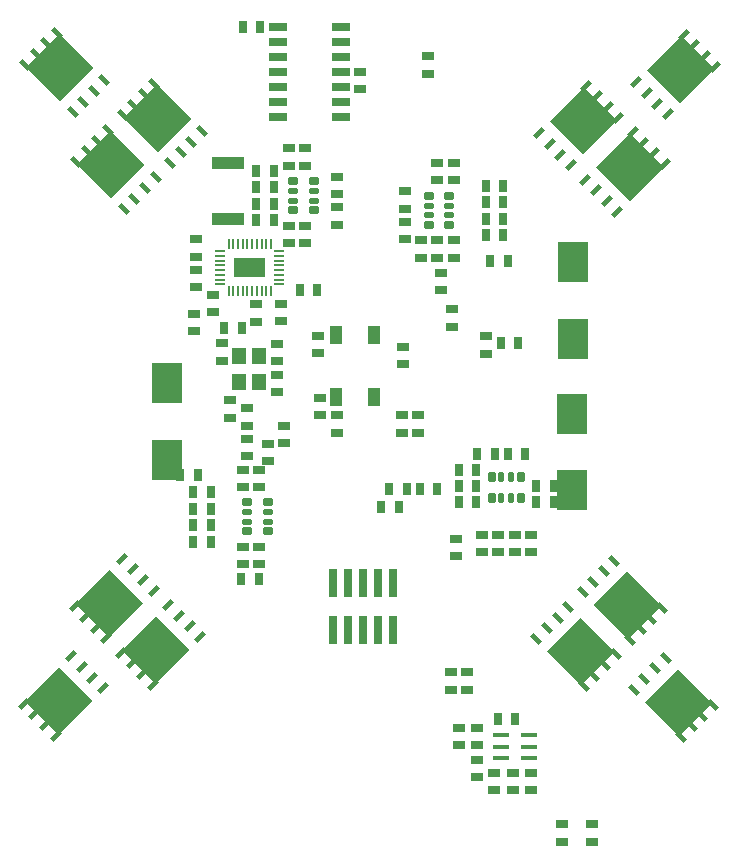
<source format=gbp>
G04*
G04 #@! TF.GenerationSoftware,Altium Limited,Altium Designer,25.8.1 (18)*
G04*
G04 Layer_Color=128*
%FSLAX44Y44*%
%MOMM*%
G71*
G04*
G04 #@! TF.SameCoordinates,A8D3B3E1-CBBC-48C7-8EAF-3341E4FBDCCF*
G04*
G04*
G04 #@! TF.FilePolarity,Positive*
G04*
G01*
G75*
%ADD22R,0.9061X0.1925*%
%ADD23R,1.0000X0.8000*%
%ADD24R,1.5000X0.6500*%
%ADD25R,0.1925X0.9061*%
%ADD26R,0.8000X1.0000*%
%ADD27R,2.6700X1.0700*%
%ADD30R,0.7600X2.4000*%
%ADD31R,2.5000X3.5000*%
G04:AMPARAMS|DCode=33|XSize=0.9mm|YSize=0.61mm|CornerRadius=0.1525mm|HoleSize=0mm|Usage=FLASHONLY|Rotation=0.000|XOffset=0mm|YOffset=0mm|HoleType=Round|Shape=RoundedRectangle|*
%AMROUNDEDRECTD33*
21,1,0.9000,0.3050,0,0,0.0*
21,1,0.5950,0.6100,0,0,0.0*
1,1,0.3050,0.2975,-0.1525*
1,1,0.3050,-0.2975,-0.1525*
1,1,0.3050,-0.2975,0.1525*
1,1,0.3050,0.2975,0.1525*
%
%ADD33ROUNDEDRECTD33*%
G04:AMPARAMS|DCode=34|XSize=0.9mm|YSize=0.53mm|CornerRadius=0.1325mm|HoleSize=0mm|Usage=FLASHONLY|Rotation=0.000|XOffset=0mm|YOffset=0mm|HoleType=Round|Shape=RoundedRectangle|*
%AMROUNDEDRECTD34*
21,1,0.9000,0.2650,0,0,0.0*
21,1,0.6350,0.5300,0,0,0.0*
1,1,0.2650,0.3175,-0.1325*
1,1,0.2650,-0.3175,-0.1325*
1,1,0.2650,-0.3175,0.1325*
1,1,0.2650,0.3175,0.1325*
%
%ADD34ROUNDEDRECTD34*%
G04:AMPARAMS|DCode=36|XSize=1.016mm|YSize=0.4572mm|CornerRadius=0mm|HoleSize=0mm|Usage=FLASHONLY|Rotation=225.000|XOffset=0mm|YOffset=0mm|HoleType=Round|Shape=Rectangle|*
%AMROTATEDRECTD36*
4,1,4,0.1976,0.5209,0.5209,0.1976,-0.1976,-0.5209,-0.5209,-0.1976,0.1976,0.5209,0.0*
%
%ADD36ROTATEDRECTD36*%

G04:AMPARAMS|DCode=38|XSize=1.016mm|YSize=0.4572mm|CornerRadius=0mm|HoleSize=0mm|Usage=FLASHONLY|Rotation=135.000|XOffset=0mm|YOffset=0mm|HoleType=Round|Shape=Rectangle|*
%AMROTATEDRECTD38*
4,1,4,0.5209,-0.1976,0.1976,-0.5209,-0.5209,0.1976,-0.1976,0.5209,0.5209,-0.1976,0.0*
%
%ADD38ROTATEDRECTD38*%

G04:AMPARAMS|DCode=41|XSize=0.9mm|YSize=0.61mm|CornerRadius=0.1525mm|HoleSize=0mm|Usage=FLASHONLY|Rotation=90.000|XOffset=0mm|YOffset=0mm|HoleType=Round|Shape=RoundedRectangle|*
%AMROUNDEDRECTD41*
21,1,0.9000,0.3050,0,0,90.0*
21,1,0.5950,0.6100,0,0,90.0*
1,1,0.3050,0.1525,0.2975*
1,1,0.3050,0.1525,-0.2975*
1,1,0.3050,-0.1525,-0.2975*
1,1,0.3050,-0.1525,0.2975*
%
%ADD41ROUNDEDRECTD41*%
G04:AMPARAMS|DCode=42|XSize=0.9mm|YSize=0.53mm|CornerRadius=0.1325mm|HoleSize=0mm|Usage=FLASHONLY|Rotation=90.000|XOffset=0mm|YOffset=0mm|HoleType=Round|Shape=RoundedRectangle|*
%AMROUNDEDRECTD42*
21,1,0.9000,0.2650,0,0,90.0*
21,1,0.6350,0.5300,0,0,90.0*
1,1,0.2650,0.1325,0.3175*
1,1,0.2650,0.1325,-0.3175*
1,1,0.2650,-0.1325,-0.3175*
1,1,0.2650,-0.1325,0.3175*
%
%ADD42ROUNDEDRECTD42*%
%ADD79R,1.0000X1.5500*%
%ADD80R,1.2000X1.4000*%
%ADD82R,1.3716X0.3556*%
G36*
X-191380Y-184216D02*
X-220297Y-213132D01*
X-248674Y-184754D01*
X-219758Y-155838D01*
X-191380Y-184216D01*
D02*
G37*
G36*
X-152126Y-223470D02*
X-181042Y-252386D01*
X-209420Y-224009D01*
X-180504Y-195092D01*
X-152126Y-223470D01*
D02*
G37*
G36*
X-234375Y-266704D02*
X-263291Y-295621D01*
X-291669Y-267243D01*
X-262752Y-238327D01*
X-234375Y-266704D01*
D02*
G37*
G36*
X247264Y-186191D02*
X218887Y-214569D01*
X189970Y-185652D01*
X218348Y-157275D01*
X247264Y-186191D01*
D02*
G37*
G36*
X208010Y-225445D02*
X179632Y-253823D01*
X150716Y-224906D01*
X179093Y-196529D01*
X208010Y-225445D01*
D02*
G37*
G36*
X290499Y-268440D02*
X262121Y-296817D01*
X233205Y-267901D01*
X261582Y-239523D01*
X290499Y-268440D01*
D02*
G37*
G36*
X-233225Y269111D02*
X-261603Y240733D01*
X-290520Y269650D01*
X-262142Y298027D01*
X-233225Y269111D01*
D02*
G37*
G36*
X-150737Y226117D02*
X-179114Y197739D01*
X-208030Y226655D01*
X-179653Y255033D01*
X-150737Y226117D01*
D02*
G37*
G36*
X-189991Y186863D02*
X-218368Y158485D01*
X-247285Y187401D01*
X-218907Y215779D01*
X-189991Y186863D01*
D02*
G37*
G36*
X-87914Y91660D02*
X-114142D01*
Y107888D01*
X-87914D01*
Y91660D01*
D02*
G37*
G36*
X292499Y267963D02*
X263583Y239047D01*
X235205Y267424D01*
X264121Y296341D01*
X292499Y267963D01*
D02*
G37*
G36*
X210251Y224729D02*
X181334Y195812D01*
X152957Y224190D01*
X181873Y253106D01*
X210251Y224729D01*
D02*
G37*
G36*
X249505Y185474D02*
X220588Y156558D01*
X192211Y184935D01*
X221127Y213852D01*
X249505Y185474D01*
D02*
G37*
D22*
X-126058Y89774D02*
D03*
Y101774D02*
D03*
Y85774D02*
D03*
Y105774D02*
D03*
Y113774D02*
D03*
Y97774D02*
D03*
X-75998Y85774D02*
D03*
Y89774D02*
D03*
Y93774D02*
D03*
Y97774D02*
D03*
Y101774D02*
D03*
Y105774D02*
D03*
Y109774D02*
D03*
Y113774D02*
D03*
X-126058Y109774D02*
D03*
Y93774D02*
D03*
D23*
X-72136Y-48514D02*
D03*
Y-33814D02*
D03*
X-92952Y-136478D02*
D03*
X-85344Y-49292D02*
D03*
X-92952Y-85900D02*
D03*
X-103326Y-19174D02*
D03*
X-106668Y-136478D02*
D03*
Y-85900D02*
D03*
X188976Y-386064D02*
D03*
X163576Y-386064D02*
D03*
X121570Y-342630D02*
D03*
X137160D02*
D03*
X105918Y-342630D02*
D03*
X91186Y-331540D02*
D03*
X83312Y-257286D02*
D03*
X57912Y173736D02*
D03*
X71628D02*
D03*
X30480Y149860D02*
D03*
X-8048Y250800D02*
D03*
X57912Y123158D02*
D03*
X71628D02*
D03*
X44196Y108458D02*
D03*
X30480Y138652D02*
D03*
X-132524Y76644D02*
D03*
X-148526Y60642D02*
D03*
X69850Y49800D02*
D03*
X41132Y-25162D02*
D03*
X28956Y18050D02*
D03*
X28178Y-25162D02*
D03*
X73166Y-144549D02*
D03*
X76454Y-304598D02*
D03*
X69342Y-257286D02*
D03*
X-74930Y54626D02*
D03*
X-78000Y35274D02*
D03*
X-42926Y27702D02*
D03*
X-124206Y21098D02*
D03*
X-27500Y-25162D02*
D03*
X-78000Y-5556D02*
D03*
X-103326Y-59766D02*
D03*
Y-45066D02*
D03*
X-106668Y-71200D02*
D03*
X-85344Y-63992D02*
D03*
X-117765Y-12556D02*
D03*
Y-27256D02*
D03*
X-103326Y-33874D02*
D03*
X-106668Y-151178D02*
D03*
X-92952D02*
D03*
Y-71200D02*
D03*
X-146240Y123872D02*
D03*
X137160Y-327930D02*
D03*
X121570Y-327930D02*
D03*
X105918Y-327930D02*
D03*
X-146240Y97980D02*
D03*
Y109172D02*
D03*
Y83280D02*
D03*
X-8048Y265500D02*
D03*
X-68008Y186134D02*
D03*
Y200834D02*
D03*
X-54292Y135572D02*
D03*
Y120872D02*
D03*
Y186150D02*
D03*
Y200850D02*
D03*
X-68008Y135556D02*
D03*
Y120856D02*
D03*
X-26844Y162170D02*
D03*
Y176870D02*
D03*
Y150946D02*
D03*
Y136246D02*
D03*
X-124206Y35798D02*
D03*
X-95440Y54086D02*
D03*
Y68786D02*
D03*
X-132524Y61944D02*
D03*
X-74930Y69326D02*
D03*
X-148526Y45942D02*
D03*
X61214Y95742D02*
D03*
X137158Y-140993D02*
D03*
X83312Y-242586D02*
D03*
X91186Y-289932D02*
D03*
X69342Y-242586D02*
D03*
X76454Y-289898D02*
D03*
X41132Y-39862D02*
D03*
X-27500Y-39862D02*
D03*
X-41910Y-24876D02*
D03*
X137158Y-126293D02*
D03*
X123188Y-140993D02*
D03*
Y-126293D02*
D03*
X95248Y-140993D02*
D03*
Y-126293D02*
D03*
X109218Y-140993D02*
D03*
Y-126293D02*
D03*
X73166Y-129849D02*
D03*
X28178Y-39862D02*
D03*
X188976Y-371364D02*
D03*
X163576D02*
D03*
X30480Y123952D02*
D03*
X61214Y81042D02*
D03*
X69850Y64500D02*
D03*
X99060Y41640D02*
D03*
Y26940D02*
D03*
X28956Y32750D02*
D03*
X-78000Y20574D02*
D03*
X-42926Y42402D02*
D03*
X-78000Y9144D02*
D03*
X91186Y-304632D02*
D03*
Y-316840D02*
D03*
X-41910Y-10176D02*
D03*
X49618Y278960D02*
D03*
X49618Y264260D02*
D03*
X30480Y164560D02*
D03*
X44196Y123158D02*
D03*
X71628Y188436D02*
D03*
X57912D02*
D03*
Y108458D02*
D03*
X71628Y108458D02*
D03*
D24*
X-77402Y265974D02*
D03*
Y304074D02*
D03*
Y291374D02*
D03*
Y253274D02*
D03*
Y240574D02*
D03*
Y227874D02*
D03*
X-23402D02*
D03*
Y240574D02*
D03*
Y253274D02*
D03*
Y278674D02*
D03*
Y291374D02*
D03*
Y304074D02*
D03*
Y265974D02*
D03*
X-77402Y278674D02*
D03*
D25*
X-95028Y119804D02*
D03*
Y79744D02*
D03*
X-103028Y119804D02*
D03*
X-119028D02*
D03*
X-115028D02*
D03*
X-99028Y79744D02*
D03*
X-119028D02*
D03*
X-107028Y119804D02*
D03*
X-111028D02*
D03*
X-83028D02*
D03*
X-87028D02*
D03*
X-91028D02*
D03*
X-99028D02*
D03*
X-115028Y79744D02*
D03*
X-111028D02*
D03*
X-107028D02*
D03*
X-103028D02*
D03*
X-91028D02*
D03*
X-87028D02*
D03*
X-83028D02*
D03*
D26*
X-108188Y-163830D02*
D03*
X117332Y105410D02*
D03*
X-159952Y-75292D02*
D03*
X141492Y-85129D02*
D03*
X117616Y-57697D02*
D03*
X106408D02*
D03*
X141492Y-98845D02*
D03*
X90914Y-85129D02*
D03*
X76214Y-71413D02*
D03*
X90914Y-98845D02*
D03*
X-44212Y80772D02*
D03*
X17048Y-87923D02*
D03*
X-148816Y-118174D02*
D03*
X-134116D02*
D03*
X-148816Y-90234D02*
D03*
X-134116D02*
D03*
X-148816Y-104204D02*
D03*
X-134116D02*
D03*
X-145252Y-75292D02*
D03*
X-134116Y-132144D02*
D03*
X-148816D02*
D03*
X-93488Y-163830D02*
D03*
X-58912Y80772D02*
D03*
X-95424Y153860D02*
D03*
X-80724D02*
D03*
X-95408Y167830D02*
D03*
X-80708D02*
D03*
X-95424Y181800D02*
D03*
X-80724D02*
D03*
X-95424Y139890D02*
D03*
X-80724D02*
D03*
X-92154Y304074D02*
D03*
X-106854D02*
D03*
X-122602Y48466D02*
D03*
X-107902D02*
D03*
X113776Y169402D02*
D03*
X57640Y-87923D02*
D03*
X10430Y-102362D02*
D03*
X25130D02*
D03*
X156192Y-85129D02*
D03*
X90914Y-71413D02*
D03*
X76214Y-85129D02*
D03*
X132316Y-57697D02*
D03*
X91708D02*
D03*
X76214Y-98845D02*
D03*
X156192D02*
D03*
X42940Y-87923D02*
D03*
X31748D02*
D03*
X113776Y141462D02*
D03*
X113776Y155432D02*
D03*
X113776Y127492D02*
D03*
X126222Y36068D02*
D03*
X111522D02*
D03*
X102632Y105410D02*
D03*
X99076Y155432D02*
D03*
Y127492D02*
D03*
X99076Y141462D02*
D03*
X123936Y-282194D02*
D03*
X109236D02*
D03*
X99076Y169402D02*
D03*
D27*
X-119316Y188776D02*
D03*
Y141176D02*
D03*
D30*
X7657Y-206488D02*
D03*
X-5043Y-206488D02*
D03*
X-30443Y-206488D02*
D03*
X20357Y-206488D02*
D03*
Y-167488D02*
D03*
X7657Y-167488D02*
D03*
X-5043D02*
D03*
X-17743Y-206488D02*
D03*
Y-167488D02*
D03*
X-30443D02*
D03*
D31*
X-170688Y-62980D02*
D03*
Y2020D02*
D03*
X172466Y39890D02*
D03*
X171450Y-23646D02*
D03*
X172466Y104890D02*
D03*
X171450Y-88646D02*
D03*
D33*
X-85372Y-98662D02*
D03*
Y-123462D02*
D03*
X-103072D02*
D03*
Y-98662D02*
D03*
X-64412Y148316D02*
D03*
Y173116D02*
D03*
X-46712D02*
D03*
Y148316D02*
D03*
X68032Y135920D02*
D03*
Y160720D02*
D03*
X50332D02*
D03*
Y135920D02*
D03*
D34*
X-85372Y-107062D02*
D03*
Y-115062D02*
D03*
X-103072D02*
D03*
Y-107062D02*
D03*
X-64412Y156716D02*
D03*
Y164716D02*
D03*
X-46712D02*
D03*
Y156716D02*
D03*
X68032Y144320D02*
D03*
X68032Y152320D02*
D03*
X50332D02*
D03*
Y144320D02*
D03*
D36*
X-210138Y-226164D02*
D03*
X-201158Y-235144D02*
D03*
X-192178Y-244124D02*
D03*
X-183198Y-253105D02*
D03*
X-292387Y-269398D02*
D03*
X-283407Y-278379D02*
D03*
X-274426Y-287359D02*
D03*
X-265446Y-296339D02*
D03*
X-249393Y-186910D02*
D03*
X-240412Y-195890D02*
D03*
X-231432Y-204870D02*
D03*
X-222452Y-213850D02*
D03*
X-191201Y-164639D02*
D03*
X-200181Y-155658D02*
D03*
X-209161Y-146678D02*
D03*
X226045Y256828D02*
D03*
X183051Y174339D02*
D03*
X223283Y214570D02*
D03*
X232263Y205590D02*
D03*
X241243Y196610D02*
D03*
X250223Y187630D02*
D03*
X184028Y253825D02*
D03*
X193009Y244844D02*
D03*
X201989Y235864D02*
D03*
X210969Y226884D02*
D03*
X266277Y297059D02*
D03*
X275257Y288079D02*
D03*
X284237Y279099D02*
D03*
X293218Y270118D02*
D03*
X143797Y213593D02*
D03*
X-182220Y-173619D02*
D03*
X-225215Y-256108D02*
D03*
X-234195Y-247127D02*
D03*
X-243175Y-238147D02*
D03*
X-252155Y-229167D02*
D03*
X-142966Y-212873D02*
D03*
X-151946Y-203893D02*
D03*
X-160927Y-194912D02*
D03*
X-169907Y-185932D02*
D03*
X235026Y247847D02*
D03*
X244006Y238867D02*
D03*
X252986Y229887D02*
D03*
X152777Y204613D02*
D03*
X161757Y195632D02*
D03*
X170737Y186652D02*
D03*
X192031Y165359D02*
D03*
X201011Y156378D02*
D03*
X209992Y147398D02*
D03*
D38*
X-221062Y216497D02*
D03*
X-230043Y207517D02*
D03*
X-239023Y198537D02*
D03*
X-248003Y189556D02*
D03*
X-207772Y149325D02*
D03*
X-198791Y158305D02*
D03*
X-189811Y167285D02*
D03*
X-180831Y176266D02*
D03*
X-264297Y298746D02*
D03*
X-273277Y289765D02*
D03*
X-282258Y280785D02*
D03*
X-291238Y271805D02*
D03*
X-251006Y231573D02*
D03*
X-242026Y240553D02*
D03*
X-233046Y249534D02*
D03*
X-224065Y258514D02*
D03*
X-181808Y255751D02*
D03*
X-190788Y246771D02*
D03*
X-199769Y237791D02*
D03*
X-208749Y228811D02*
D03*
X-168517Y188579D02*
D03*
X-159537Y197559D02*
D03*
X-150557Y206539D02*
D03*
X-141577Y215520D02*
D03*
X159516Y-196349D02*
D03*
X150536Y-205329D02*
D03*
X141556Y-214310D02*
D03*
X198771Y-157095D02*
D03*
X189790Y-166075D02*
D03*
X180810Y-175056D02*
D03*
X242005Y-239343D02*
D03*
X233025Y-248324D02*
D03*
X224045Y-257304D02*
D03*
X181788Y-254541D02*
D03*
X190768Y-245561D02*
D03*
X199748Y-236581D02*
D03*
X208728Y-227600D02*
D03*
X168497Y-187369D02*
D03*
X264277Y-297535D02*
D03*
X273257Y-288555D02*
D03*
X282237Y-279575D02*
D03*
X291217Y-270595D02*
D03*
X250986Y-230363D02*
D03*
X221042Y-215287D02*
D03*
X230022Y-206307D02*
D03*
X239002Y-197327D02*
D03*
X247983Y-188346D02*
D03*
X207751Y-148115D02*
D03*
D41*
X103676Y-77549D02*
D03*
X128476D02*
D03*
Y-95249D02*
D03*
X103676D02*
D03*
D42*
X112076Y-77549D02*
D03*
X120076D02*
D03*
Y-95249D02*
D03*
X112076D02*
D03*
D79*
X4062Y42506D02*
D03*
Y-9994D02*
D03*
X-27938D02*
D03*
Y42506D02*
D03*
D80*
X-109964Y24794D02*
D03*
X-92964Y2794D02*
D03*
Y24794D02*
D03*
X-109964Y2794D02*
D03*
D82*
X135382Y-296164D02*
D03*
Y-315164D02*
D03*
X112014Y-305664D02*
D03*
X112014Y-296164D02*
D03*
X135382Y-305664D02*
D03*
X112014Y-315164D02*
D03*
M02*

</source>
